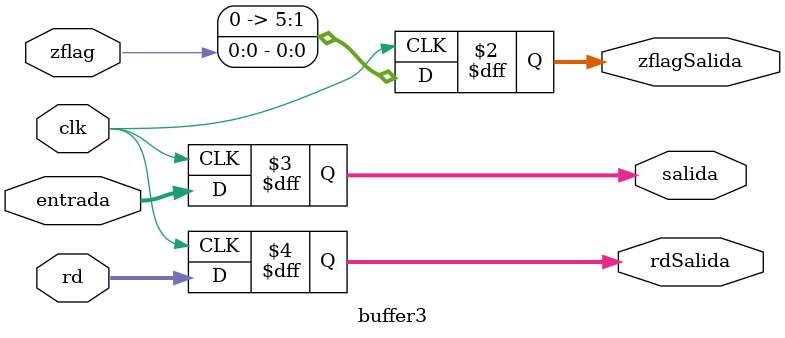
<source format=v>
module buffer3 (
	input clk,
	input zflag,
	input [31:0]entrada,
	input [4:0]rd,
	
	output reg[5:0]zflagSalida,
	output reg [31:0]salida,
	output reg[4:0]rdSalida
);

always @(posedge clk)
begin
	zflagSalida <= zflag;
	salida <= entrada;
	rdSalida <= rd;
end

endmodule

</source>
